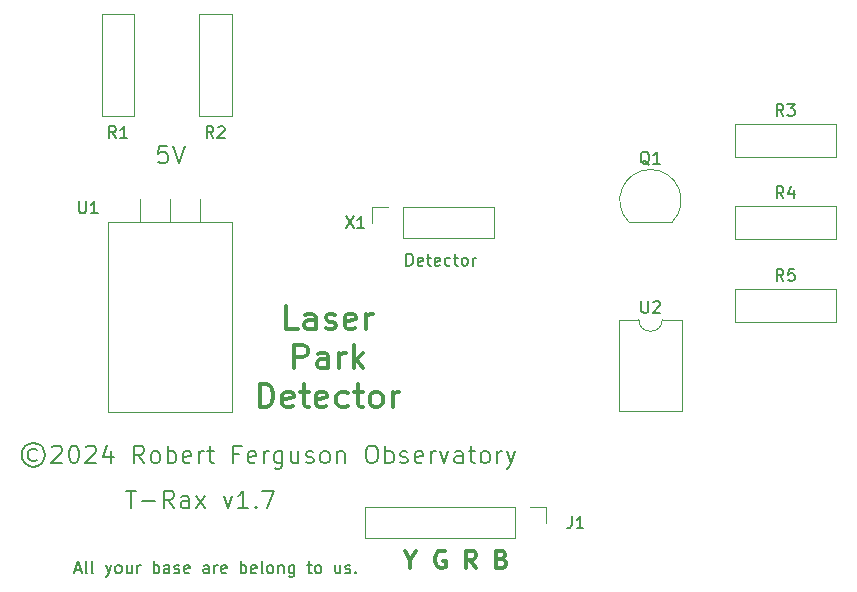
<source format=gbr>
%TF.GenerationSoftware,KiCad,Pcbnew,(5.1.9-0-10_14)*%
%TF.CreationDate,2024-02-19T19:40:51-08:00*%
%TF.ProjectId,TRax-LaserParkDetector,54526178-2d4c-4617-9365-725061726b44,rev?*%
%TF.SameCoordinates,Original*%
%TF.FileFunction,Legend,Top*%
%TF.FilePolarity,Positive*%
%FSLAX46Y46*%
G04 Gerber Fmt 4.6, Leading zero omitted, Abs format (unit mm)*
G04 Created by KiCad (PCBNEW (5.1.9-0-10_14)) date 2024-02-19 19:40:51*
%MOMM*%
%LPD*%
G01*
G04 APERTURE LIST*
%ADD10C,0.150000*%
%ADD11C,0.200000*%
%ADD12C,0.300000*%
%ADD13C,0.120000*%
G04 APERTURE END LIST*
D10*
X69375238Y-102401666D02*
X69851428Y-102401666D01*
X69280000Y-102687380D02*
X69613333Y-101687380D01*
X69946666Y-102687380D01*
X70422857Y-102687380D02*
X70327619Y-102639761D01*
X70280000Y-102544523D01*
X70280000Y-101687380D01*
X70946666Y-102687380D02*
X70851428Y-102639761D01*
X70803809Y-102544523D01*
X70803809Y-101687380D01*
X71994285Y-102020714D02*
X72232380Y-102687380D01*
X72470476Y-102020714D02*
X72232380Y-102687380D01*
X72137142Y-102925476D01*
X72089523Y-102973095D01*
X71994285Y-103020714D01*
X72994285Y-102687380D02*
X72899047Y-102639761D01*
X72851428Y-102592142D01*
X72803809Y-102496904D01*
X72803809Y-102211190D01*
X72851428Y-102115952D01*
X72899047Y-102068333D01*
X72994285Y-102020714D01*
X73137142Y-102020714D01*
X73232380Y-102068333D01*
X73280000Y-102115952D01*
X73327619Y-102211190D01*
X73327619Y-102496904D01*
X73280000Y-102592142D01*
X73232380Y-102639761D01*
X73137142Y-102687380D01*
X72994285Y-102687380D01*
X74184761Y-102020714D02*
X74184761Y-102687380D01*
X73756190Y-102020714D02*
X73756190Y-102544523D01*
X73803809Y-102639761D01*
X73899047Y-102687380D01*
X74041904Y-102687380D01*
X74137142Y-102639761D01*
X74184761Y-102592142D01*
X74660952Y-102687380D02*
X74660952Y-102020714D01*
X74660952Y-102211190D02*
X74708571Y-102115952D01*
X74756190Y-102068333D01*
X74851428Y-102020714D01*
X74946666Y-102020714D01*
X76041904Y-102687380D02*
X76041904Y-101687380D01*
X76041904Y-102068333D02*
X76137142Y-102020714D01*
X76327619Y-102020714D01*
X76422857Y-102068333D01*
X76470476Y-102115952D01*
X76518095Y-102211190D01*
X76518095Y-102496904D01*
X76470476Y-102592142D01*
X76422857Y-102639761D01*
X76327619Y-102687380D01*
X76137142Y-102687380D01*
X76041904Y-102639761D01*
X77375238Y-102687380D02*
X77375238Y-102163571D01*
X77327619Y-102068333D01*
X77232380Y-102020714D01*
X77041904Y-102020714D01*
X76946666Y-102068333D01*
X77375238Y-102639761D02*
X77280000Y-102687380D01*
X77041904Y-102687380D01*
X76946666Y-102639761D01*
X76899047Y-102544523D01*
X76899047Y-102449285D01*
X76946666Y-102354047D01*
X77041904Y-102306428D01*
X77280000Y-102306428D01*
X77375238Y-102258809D01*
X77803809Y-102639761D02*
X77899047Y-102687380D01*
X78089523Y-102687380D01*
X78184761Y-102639761D01*
X78232380Y-102544523D01*
X78232380Y-102496904D01*
X78184761Y-102401666D01*
X78089523Y-102354047D01*
X77946666Y-102354047D01*
X77851428Y-102306428D01*
X77803809Y-102211190D01*
X77803809Y-102163571D01*
X77851428Y-102068333D01*
X77946666Y-102020714D01*
X78089523Y-102020714D01*
X78184761Y-102068333D01*
X79041904Y-102639761D02*
X78946666Y-102687380D01*
X78756190Y-102687380D01*
X78660952Y-102639761D01*
X78613333Y-102544523D01*
X78613333Y-102163571D01*
X78660952Y-102068333D01*
X78756190Y-102020714D01*
X78946666Y-102020714D01*
X79041904Y-102068333D01*
X79089523Y-102163571D01*
X79089523Y-102258809D01*
X78613333Y-102354047D01*
X80708571Y-102687380D02*
X80708571Y-102163571D01*
X80660952Y-102068333D01*
X80565714Y-102020714D01*
X80375238Y-102020714D01*
X80280000Y-102068333D01*
X80708571Y-102639761D02*
X80613333Y-102687380D01*
X80375238Y-102687380D01*
X80280000Y-102639761D01*
X80232380Y-102544523D01*
X80232380Y-102449285D01*
X80280000Y-102354047D01*
X80375238Y-102306428D01*
X80613333Y-102306428D01*
X80708571Y-102258809D01*
X81184761Y-102687380D02*
X81184761Y-102020714D01*
X81184761Y-102211190D02*
X81232380Y-102115952D01*
X81280000Y-102068333D01*
X81375238Y-102020714D01*
X81470476Y-102020714D01*
X82184761Y-102639761D02*
X82089523Y-102687380D01*
X81899047Y-102687380D01*
X81803809Y-102639761D01*
X81756190Y-102544523D01*
X81756190Y-102163571D01*
X81803809Y-102068333D01*
X81899047Y-102020714D01*
X82089523Y-102020714D01*
X82184761Y-102068333D01*
X82232380Y-102163571D01*
X82232380Y-102258809D01*
X81756190Y-102354047D01*
X83422857Y-102687380D02*
X83422857Y-101687380D01*
X83422857Y-102068333D02*
X83518095Y-102020714D01*
X83708571Y-102020714D01*
X83803809Y-102068333D01*
X83851428Y-102115952D01*
X83899047Y-102211190D01*
X83899047Y-102496904D01*
X83851428Y-102592142D01*
X83803809Y-102639761D01*
X83708571Y-102687380D01*
X83518095Y-102687380D01*
X83422857Y-102639761D01*
X84708571Y-102639761D02*
X84613333Y-102687380D01*
X84422857Y-102687380D01*
X84327619Y-102639761D01*
X84280000Y-102544523D01*
X84280000Y-102163571D01*
X84327619Y-102068333D01*
X84422857Y-102020714D01*
X84613333Y-102020714D01*
X84708571Y-102068333D01*
X84756190Y-102163571D01*
X84756190Y-102258809D01*
X84280000Y-102354047D01*
X85327619Y-102687380D02*
X85232380Y-102639761D01*
X85184761Y-102544523D01*
X85184761Y-101687380D01*
X85851428Y-102687380D02*
X85756190Y-102639761D01*
X85708571Y-102592142D01*
X85660952Y-102496904D01*
X85660952Y-102211190D01*
X85708571Y-102115952D01*
X85756190Y-102068333D01*
X85851428Y-102020714D01*
X85994285Y-102020714D01*
X86089523Y-102068333D01*
X86137142Y-102115952D01*
X86184761Y-102211190D01*
X86184761Y-102496904D01*
X86137142Y-102592142D01*
X86089523Y-102639761D01*
X85994285Y-102687380D01*
X85851428Y-102687380D01*
X86613333Y-102020714D02*
X86613333Y-102687380D01*
X86613333Y-102115952D02*
X86660952Y-102068333D01*
X86756190Y-102020714D01*
X86899047Y-102020714D01*
X86994285Y-102068333D01*
X87041904Y-102163571D01*
X87041904Y-102687380D01*
X87946666Y-102020714D02*
X87946666Y-102830238D01*
X87899047Y-102925476D01*
X87851428Y-102973095D01*
X87756190Y-103020714D01*
X87613333Y-103020714D01*
X87518095Y-102973095D01*
X87946666Y-102639761D02*
X87851428Y-102687380D01*
X87660952Y-102687380D01*
X87565714Y-102639761D01*
X87518095Y-102592142D01*
X87470476Y-102496904D01*
X87470476Y-102211190D01*
X87518095Y-102115952D01*
X87565714Y-102068333D01*
X87660952Y-102020714D01*
X87851428Y-102020714D01*
X87946666Y-102068333D01*
X89041904Y-102020714D02*
X89422857Y-102020714D01*
X89184761Y-101687380D02*
X89184761Y-102544523D01*
X89232380Y-102639761D01*
X89327619Y-102687380D01*
X89422857Y-102687380D01*
X89899047Y-102687380D02*
X89803809Y-102639761D01*
X89756190Y-102592142D01*
X89708571Y-102496904D01*
X89708571Y-102211190D01*
X89756190Y-102115952D01*
X89803809Y-102068333D01*
X89899047Y-102020714D01*
X90041904Y-102020714D01*
X90137142Y-102068333D01*
X90184761Y-102115952D01*
X90232380Y-102211190D01*
X90232380Y-102496904D01*
X90184761Y-102592142D01*
X90137142Y-102639761D01*
X90041904Y-102687380D01*
X89899047Y-102687380D01*
X91851428Y-102020714D02*
X91851428Y-102687380D01*
X91422857Y-102020714D02*
X91422857Y-102544523D01*
X91470476Y-102639761D01*
X91565714Y-102687380D01*
X91708571Y-102687380D01*
X91803809Y-102639761D01*
X91851428Y-102592142D01*
X92280000Y-102639761D02*
X92375238Y-102687380D01*
X92565714Y-102687380D01*
X92660952Y-102639761D01*
X92708571Y-102544523D01*
X92708571Y-102496904D01*
X92660952Y-102401666D01*
X92565714Y-102354047D01*
X92422857Y-102354047D01*
X92327619Y-102306428D01*
X92280000Y-102211190D01*
X92280000Y-102163571D01*
X92327619Y-102068333D01*
X92422857Y-102020714D01*
X92565714Y-102020714D01*
X92660952Y-102068333D01*
X93137142Y-102592142D02*
X93184761Y-102639761D01*
X93137142Y-102687380D01*
X93089523Y-102639761D01*
X93137142Y-102592142D01*
X93137142Y-102687380D01*
D11*
X77184285Y-66488571D02*
X76470000Y-66488571D01*
X76398571Y-67202857D01*
X76470000Y-67131428D01*
X76612857Y-67060000D01*
X76970000Y-67060000D01*
X77112857Y-67131428D01*
X77184285Y-67202857D01*
X77255714Y-67345714D01*
X77255714Y-67702857D01*
X77184285Y-67845714D01*
X77112857Y-67917142D01*
X76970000Y-67988571D01*
X76612857Y-67988571D01*
X76470000Y-67917142D01*
X76398571Y-67845714D01*
X77684285Y-66488571D02*
X78184285Y-67988571D01*
X78684285Y-66488571D01*
X73688571Y-95698571D02*
X74545714Y-95698571D01*
X74117142Y-97198571D02*
X74117142Y-95698571D01*
X75045714Y-96627142D02*
X76188571Y-96627142D01*
X77760000Y-97198571D02*
X77260000Y-96484285D01*
X76902857Y-97198571D02*
X76902857Y-95698571D01*
X77474285Y-95698571D01*
X77617142Y-95770000D01*
X77688571Y-95841428D01*
X77760000Y-95984285D01*
X77760000Y-96198571D01*
X77688571Y-96341428D01*
X77617142Y-96412857D01*
X77474285Y-96484285D01*
X76902857Y-96484285D01*
X79045714Y-97198571D02*
X79045714Y-96412857D01*
X78974285Y-96270000D01*
X78831428Y-96198571D01*
X78545714Y-96198571D01*
X78402857Y-96270000D01*
X79045714Y-97127142D02*
X78902857Y-97198571D01*
X78545714Y-97198571D01*
X78402857Y-97127142D01*
X78331428Y-96984285D01*
X78331428Y-96841428D01*
X78402857Y-96698571D01*
X78545714Y-96627142D01*
X78902857Y-96627142D01*
X79045714Y-96555714D01*
X79617142Y-97198571D02*
X80402857Y-96198571D01*
X79617142Y-96198571D02*
X80402857Y-97198571D01*
X81974285Y-96198571D02*
X82331428Y-97198571D01*
X82688571Y-96198571D01*
X84045714Y-97198571D02*
X83188571Y-97198571D01*
X83617142Y-97198571D02*
X83617142Y-95698571D01*
X83474285Y-95912857D01*
X83331428Y-96055714D01*
X83188571Y-96127142D01*
X84688571Y-97055714D02*
X84760000Y-97127142D01*
X84688571Y-97198571D01*
X84617142Y-97127142D01*
X84688571Y-97055714D01*
X84688571Y-97198571D01*
X85260000Y-95698571D02*
X86260000Y-95698571D01*
X85617142Y-97198571D01*
X66153571Y-92245714D02*
X66010714Y-92174285D01*
X65724999Y-92174285D01*
X65582142Y-92245714D01*
X65439285Y-92388571D01*
X65367857Y-92531428D01*
X65367857Y-92817142D01*
X65439285Y-92960000D01*
X65582142Y-93102857D01*
X65724999Y-93174285D01*
X66010714Y-93174285D01*
X66153571Y-93102857D01*
X65867857Y-91674285D02*
X65510714Y-91745714D01*
X65153571Y-91960000D01*
X64939285Y-92317142D01*
X64867857Y-92674285D01*
X64939285Y-93031428D01*
X65153571Y-93388571D01*
X65510714Y-93602857D01*
X65867857Y-93674285D01*
X66224999Y-93602857D01*
X66582142Y-93388571D01*
X66796428Y-93031428D01*
X66867857Y-92674285D01*
X66796428Y-92317142D01*
X66582142Y-91960000D01*
X66224999Y-91745714D01*
X65867857Y-91674285D01*
X67439285Y-92031428D02*
X67510714Y-91960000D01*
X67653571Y-91888571D01*
X68010714Y-91888571D01*
X68153571Y-91960000D01*
X68225000Y-92031428D01*
X68296428Y-92174285D01*
X68296428Y-92317142D01*
X68225000Y-92531428D01*
X67367857Y-93388571D01*
X68296428Y-93388571D01*
X69225000Y-91888571D02*
X69367857Y-91888571D01*
X69510714Y-91960000D01*
X69582142Y-92031428D01*
X69653571Y-92174285D01*
X69725000Y-92460000D01*
X69725000Y-92817142D01*
X69653571Y-93102857D01*
X69582142Y-93245714D01*
X69510714Y-93317142D01*
X69367857Y-93388571D01*
X69225000Y-93388571D01*
X69082142Y-93317142D01*
X69010714Y-93245714D01*
X68939285Y-93102857D01*
X68867857Y-92817142D01*
X68867857Y-92460000D01*
X68939285Y-92174285D01*
X69010714Y-92031428D01*
X69082142Y-91960000D01*
X69225000Y-91888571D01*
X70296428Y-92031428D02*
X70367857Y-91960000D01*
X70510714Y-91888571D01*
X70867857Y-91888571D01*
X71010714Y-91960000D01*
X71082142Y-92031428D01*
X71153571Y-92174285D01*
X71153571Y-92317142D01*
X71082142Y-92531428D01*
X70225000Y-93388571D01*
X71153571Y-93388571D01*
X72439285Y-92388571D02*
X72439285Y-93388571D01*
X72082142Y-91817142D02*
X71725000Y-92888571D01*
X72653571Y-92888571D01*
X75225000Y-93388571D02*
X74725000Y-92674285D01*
X74367857Y-93388571D02*
X74367857Y-91888571D01*
X74939285Y-91888571D01*
X75082142Y-91960000D01*
X75153571Y-92031428D01*
X75225000Y-92174285D01*
X75225000Y-92388571D01*
X75153571Y-92531428D01*
X75082142Y-92602857D01*
X74939285Y-92674285D01*
X74367857Y-92674285D01*
X76082142Y-93388571D02*
X75939285Y-93317142D01*
X75867857Y-93245714D01*
X75796428Y-93102857D01*
X75796428Y-92674285D01*
X75867857Y-92531428D01*
X75939285Y-92460000D01*
X76082142Y-92388571D01*
X76296428Y-92388571D01*
X76439285Y-92460000D01*
X76510714Y-92531428D01*
X76582142Y-92674285D01*
X76582142Y-93102857D01*
X76510714Y-93245714D01*
X76439285Y-93317142D01*
X76296428Y-93388571D01*
X76082142Y-93388571D01*
X77224999Y-93388571D02*
X77224999Y-91888571D01*
X77224999Y-92460000D02*
X77367857Y-92388571D01*
X77653571Y-92388571D01*
X77796428Y-92460000D01*
X77867857Y-92531428D01*
X77939285Y-92674285D01*
X77939285Y-93102857D01*
X77867857Y-93245714D01*
X77796428Y-93317142D01*
X77653571Y-93388571D01*
X77367857Y-93388571D01*
X77224999Y-93317142D01*
X79153571Y-93317142D02*
X79010714Y-93388571D01*
X78724999Y-93388571D01*
X78582142Y-93317142D01*
X78510714Y-93174285D01*
X78510714Y-92602857D01*
X78582142Y-92460000D01*
X78724999Y-92388571D01*
X79010714Y-92388571D01*
X79153571Y-92460000D01*
X79224999Y-92602857D01*
X79224999Y-92745714D01*
X78510714Y-92888571D01*
X79867857Y-93388571D02*
X79867857Y-92388571D01*
X79867857Y-92674285D02*
X79939285Y-92531428D01*
X80010714Y-92460000D01*
X80153571Y-92388571D01*
X80296428Y-92388571D01*
X80582142Y-92388571D02*
X81153571Y-92388571D01*
X80796428Y-91888571D02*
X80796428Y-93174285D01*
X80867857Y-93317142D01*
X81010714Y-93388571D01*
X81153571Y-93388571D01*
X83296428Y-92602857D02*
X82796428Y-92602857D01*
X82796428Y-93388571D02*
X82796428Y-91888571D01*
X83510714Y-91888571D01*
X84653571Y-93317142D02*
X84510714Y-93388571D01*
X84225000Y-93388571D01*
X84082142Y-93317142D01*
X84010714Y-93174285D01*
X84010714Y-92602857D01*
X84082142Y-92460000D01*
X84225000Y-92388571D01*
X84510714Y-92388571D01*
X84653571Y-92460000D01*
X84725000Y-92602857D01*
X84725000Y-92745714D01*
X84010714Y-92888571D01*
X85367857Y-93388571D02*
X85367857Y-92388571D01*
X85367857Y-92674285D02*
X85439285Y-92531428D01*
X85510714Y-92460000D01*
X85653571Y-92388571D01*
X85796428Y-92388571D01*
X86939285Y-92388571D02*
X86939285Y-93602857D01*
X86867857Y-93745714D01*
X86796428Y-93817142D01*
X86653571Y-93888571D01*
X86439285Y-93888571D01*
X86296428Y-93817142D01*
X86939285Y-93317142D02*
X86796428Y-93388571D01*
X86510714Y-93388571D01*
X86367857Y-93317142D01*
X86296428Y-93245714D01*
X86225000Y-93102857D01*
X86225000Y-92674285D01*
X86296428Y-92531428D01*
X86367857Y-92460000D01*
X86510714Y-92388571D01*
X86796428Y-92388571D01*
X86939285Y-92460000D01*
X88296428Y-92388571D02*
X88296428Y-93388571D01*
X87653571Y-92388571D02*
X87653571Y-93174285D01*
X87725000Y-93317142D01*
X87867857Y-93388571D01*
X88082142Y-93388571D01*
X88225000Y-93317142D01*
X88296428Y-93245714D01*
X88939285Y-93317142D02*
X89082142Y-93388571D01*
X89367857Y-93388571D01*
X89510714Y-93317142D01*
X89582142Y-93174285D01*
X89582142Y-93102857D01*
X89510714Y-92960000D01*
X89367857Y-92888571D01*
X89153571Y-92888571D01*
X89010714Y-92817142D01*
X88939285Y-92674285D01*
X88939285Y-92602857D01*
X89010714Y-92460000D01*
X89153571Y-92388571D01*
X89367857Y-92388571D01*
X89510714Y-92460000D01*
X90439285Y-93388571D02*
X90296428Y-93317142D01*
X90225000Y-93245714D01*
X90153571Y-93102857D01*
X90153571Y-92674285D01*
X90225000Y-92531428D01*
X90296428Y-92460000D01*
X90439285Y-92388571D01*
X90653571Y-92388571D01*
X90796428Y-92460000D01*
X90867857Y-92531428D01*
X90939285Y-92674285D01*
X90939285Y-93102857D01*
X90867857Y-93245714D01*
X90796428Y-93317142D01*
X90653571Y-93388571D01*
X90439285Y-93388571D01*
X91582142Y-92388571D02*
X91582142Y-93388571D01*
X91582142Y-92531428D02*
X91653571Y-92460000D01*
X91796428Y-92388571D01*
X92010714Y-92388571D01*
X92153571Y-92460000D01*
X92225000Y-92602857D01*
X92225000Y-93388571D01*
X94367857Y-91888571D02*
X94653571Y-91888571D01*
X94796428Y-91960000D01*
X94939285Y-92102857D01*
X95010714Y-92388571D01*
X95010714Y-92888571D01*
X94939285Y-93174285D01*
X94796428Y-93317142D01*
X94653571Y-93388571D01*
X94367857Y-93388571D01*
X94225000Y-93317142D01*
X94082142Y-93174285D01*
X94010714Y-92888571D01*
X94010714Y-92388571D01*
X94082142Y-92102857D01*
X94225000Y-91960000D01*
X94367857Y-91888571D01*
X95653571Y-93388571D02*
X95653571Y-91888571D01*
X95653571Y-92460000D02*
X95796428Y-92388571D01*
X96082142Y-92388571D01*
X96225000Y-92460000D01*
X96296428Y-92531428D01*
X96367857Y-92674285D01*
X96367857Y-93102857D01*
X96296428Y-93245714D01*
X96225000Y-93317142D01*
X96082142Y-93388571D01*
X95796428Y-93388571D01*
X95653571Y-93317142D01*
X96939285Y-93317142D02*
X97082142Y-93388571D01*
X97367857Y-93388571D01*
X97510714Y-93317142D01*
X97582142Y-93174285D01*
X97582142Y-93102857D01*
X97510714Y-92960000D01*
X97367857Y-92888571D01*
X97153571Y-92888571D01*
X97010714Y-92817142D01*
X96939285Y-92674285D01*
X96939285Y-92602857D01*
X97010714Y-92460000D01*
X97153571Y-92388571D01*
X97367857Y-92388571D01*
X97510714Y-92460000D01*
X98796428Y-93317142D02*
X98653571Y-93388571D01*
X98367857Y-93388571D01*
X98225000Y-93317142D01*
X98153571Y-93174285D01*
X98153571Y-92602857D01*
X98225000Y-92460000D01*
X98367857Y-92388571D01*
X98653571Y-92388571D01*
X98796428Y-92460000D01*
X98867857Y-92602857D01*
X98867857Y-92745714D01*
X98153571Y-92888571D01*
X99510714Y-93388571D02*
X99510714Y-92388571D01*
X99510714Y-92674285D02*
X99582142Y-92531428D01*
X99653571Y-92460000D01*
X99796428Y-92388571D01*
X99939285Y-92388571D01*
X100296428Y-92388571D02*
X100653571Y-93388571D01*
X101010714Y-92388571D01*
X102225000Y-93388571D02*
X102225000Y-92602857D01*
X102153571Y-92460000D01*
X102010714Y-92388571D01*
X101725000Y-92388571D01*
X101582142Y-92460000D01*
X102225000Y-93317142D02*
X102082142Y-93388571D01*
X101725000Y-93388571D01*
X101582142Y-93317142D01*
X101510714Y-93174285D01*
X101510714Y-93031428D01*
X101582142Y-92888571D01*
X101725000Y-92817142D01*
X102082142Y-92817142D01*
X102225000Y-92745714D01*
X102725000Y-92388571D02*
X103296428Y-92388571D01*
X102939285Y-91888571D02*
X102939285Y-93174285D01*
X103010714Y-93317142D01*
X103153571Y-93388571D01*
X103296428Y-93388571D01*
X104010714Y-93388571D02*
X103867857Y-93317142D01*
X103796428Y-93245714D01*
X103725000Y-93102857D01*
X103725000Y-92674285D01*
X103796428Y-92531428D01*
X103867857Y-92460000D01*
X104010714Y-92388571D01*
X104225000Y-92388571D01*
X104367857Y-92460000D01*
X104439285Y-92531428D01*
X104510714Y-92674285D01*
X104510714Y-93102857D01*
X104439285Y-93245714D01*
X104367857Y-93317142D01*
X104225000Y-93388571D01*
X104010714Y-93388571D01*
X105153571Y-93388571D02*
X105153571Y-92388571D01*
X105153571Y-92674285D02*
X105225000Y-92531428D01*
X105296428Y-92460000D01*
X105439285Y-92388571D01*
X105582142Y-92388571D01*
X105939285Y-92388571D02*
X106296428Y-93388571D01*
X106653571Y-92388571D02*
X106296428Y-93388571D01*
X106153571Y-93745714D01*
X106082142Y-93817142D01*
X105939285Y-93888571D01*
D12*
X88233571Y-82059761D02*
X87281190Y-82059761D01*
X87281190Y-80059761D01*
X89757380Y-82059761D02*
X89757380Y-81012142D01*
X89662142Y-80821666D01*
X89471666Y-80726428D01*
X89090714Y-80726428D01*
X88900238Y-80821666D01*
X89757380Y-81964523D02*
X89566904Y-82059761D01*
X89090714Y-82059761D01*
X88900238Y-81964523D01*
X88805000Y-81774047D01*
X88805000Y-81583571D01*
X88900238Y-81393095D01*
X89090714Y-81297857D01*
X89566904Y-81297857D01*
X89757380Y-81202619D01*
X90614523Y-81964523D02*
X90805000Y-82059761D01*
X91185952Y-82059761D01*
X91376428Y-81964523D01*
X91471666Y-81774047D01*
X91471666Y-81678809D01*
X91376428Y-81488333D01*
X91185952Y-81393095D01*
X90900238Y-81393095D01*
X90709761Y-81297857D01*
X90614523Y-81107380D01*
X90614523Y-81012142D01*
X90709761Y-80821666D01*
X90900238Y-80726428D01*
X91185952Y-80726428D01*
X91376428Y-80821666D01*
X93090714Y-81964523D02*
X92900238Y-82059761D01*
X92519285Y-82059761D01*
X92328809Y-81964523D01*
X92233571Y-81774047D01*
X92233571Y-81012142D01*
X92328809Y-80821666D01*
X92519285Y-80726428D01*
X92900238Y-80726428D01*
X93090714Y-80821666D01*
X93185952Y-81012142D01*
X93185952Y-81202619D01*
X92233571Y-81393095D01*
X94043095Y-82059761D02*
X94043095Y-80726428D01*
X94043095Y-81107380D02*
X94138333Y-80916904D01*
X94233571Y-80821666D01*
X94424047Y-80726428D01*
X94614523Y-80726428D01*
X87947857Y-85359761D02*
X87947857Y-83359761D01*
X88709761Y-83359761D01*
X88900238Y-83455000D01*
X88995476Y-83550238D01*
X89090714Y-83740714D01*
X89090714Y-84026428D01*
X88995476Y-84216904D01*
X88900238Y-84312142D01*
X88709761Y-84407380D01*
X87947857Y-84407380D01*
X90805000Y-85359761D02*
X90805000Y-84312142D01*
X90709761Y-84121666D01*
X90519285Y-84026428D01*
X90138333Y-84026428D01*
X89947857Y-84121666D01*
X90805000Y-85264523D02*
X90614523Y-85359761D01*
X90138333Y-85359761D01*
X89947857Y-85264523D01*
X89852619Y-85074047D01*
X89852619Y-84883571D01*
X89947857Y-84693095D01*
X90138333Y-84597857D01*
X90614523Y-84597857D01*
X90805000Y-84502619D01*
X91757380Y-85359761D02*
X91757380Y-84026428D01*
X91757380Y-84407380D02*
X91852619Y-84216904D01*
X91947857Y-84121666D01*
X92138333Y-84026428D01*
X92328809Y-84026428D01*
X92995476Y-85359761D02*
X92995476Y-83359761D01*
X93185952Y-84597857D02*
X93757380Y-85359761D01*
X93757380Y-84026428D02*
X92995476Y-84788333D01*
X85043095Y-88659761D02*
X85043095Y-86659761D01*
X85519285Y-86659761D01*
X85805000Y-86755000D01*
X85995476Y-86945476D01*
X86090714Y-87135952D01*
X86185952Y-87516904D01*
X86185952Y-87802619D01*
X86090714Y-88183571D01*
X85995476Y-88374047D01*
X85805000Y-88564523D01*
X85519285Y-88659761D01*
X85043095Y-88659761D01*
X87805000Y-88564523D02*
X87614523Y-88659761D01*
X87233571Y-88659761D01*
X87043095Y-88564523D01*
X86947857Y-88374047D01*
X86947857Y-87612142D01*
X87043095Y-87421666D01*
X87233571Y-87326428D01*
X87614523Y-87326428D01*
X87805000Y-87421666D01*
X87900238Y-87612142D01*
X87900238Y-87802619D01*
X86947857Y-87993095D01*
X88471666Y-87326428D02*
X89233571Y-87326428D01*
X88757380Y-86659761D02*
X88757380Y-88374047D01*
X88852619Y-88564523D01*
X89043095Y-88659761D01*
X89233571Y-88659761D01*
X90662142Y-88564523D02*
X90471666Y-88659761D01*
X90090714Y-88659761D01*
X89900238Y-88564523D01*
X89805000Y-88374047D01*
X89805000Y-87612142D01*
X89900238Y-87421666D01*
X90090714Y-87326428D01*
X90471666Y-87326428D01*
X90662142Y-87421666D01*
X90757380Y-87612142D01*
X90757380Y-87802619D01*
X89805000Y-87993095D01*
X92471666Y-88564523D02*
X92281190Y-88659761D01*
X91900238Y-88659761D01*
X91709761Y-88564523D01*
X91614523Y-88469285D01*
X91519285Y-88278809D01*
X91519285Y-87707380D01*
X91614523Y-87516904D01*
X91709761Y-87421666D01*
X91900238Y-87326428D01*
X92281190Y-87326428D01*
X92471666Y-87421666D01*
X93043095Y-87326428D02*
X93805000Y-87326428D01*
X93328809Y-86659761D02*
X93328809Y-88374047D01*
X93424047Y-88564523D01*
X93614523Y-88659761D01*
X93805000Y-88659761D01*
X94757380Y-88659761D02*
X94566904Y-88564523D01*
X94471666Y-88469285D01*
X94376428Y-88278809D01*
X94376428Y-87707380D01*
X94471666Y-87516904D01*
X94566904Y-87421666D01*
X94757380Y-87326428D01*
X95043095Y-87326428D01*
X95233571Y-87421666D01*
X95328809Y-87516904D01*
X95424047Y-87707380D01*
X95424047Y-88278809D01*
X95328809Y-88469285D01*
X95233571Y-88564523D01*
X95043095Y-88659761D01*
X94757380Y-88659761D01*
X96281190Y-88659761D02*
X96281190Y-87326428D01*
X96281190Y-87707380D02*
X96376428Y-87516904D01*
X96471666Y-87421666D01*
X96662142Y-87326428D01*
X96852619Y-87326428D01*
X105517142Y-101492857D02*
X105731428Y-101564285D01*
X105802857Y-101635714D01*
X105874285Y-101778571D01*
X105874285Y-101992857D01*
X105802857Y-102135714D01*
X105731428Y-102207142D01*
X105588571Y-102278571D01*
X105017142Y-102278571D01*
X105017142Y-100778571D01*
X105517142Y-100778571D01*
X105660000Y-100850000D01*
X105731428Y-100921428D01*
X105802857Y-101064285D01*
X105802857Y-101207142D01*
X105731428Y-101350000D01*
X105660000Y-101421428D01*
X105517142Y-101492857D01*
X105017142Y-101492857D01*
X103334285Y-102278571D02*
X102834285Y-101564285D01*
X102477142Y-102278571D02*
X102477142Y-100778571D01*
X103048571Y-100778571D01*
X103191428Y-100850000D01*
X103262857Y-100921428D01*
X103334285Y-101064285D01*
X103334285Y-101278571D01*
X103262857Y-101421428D01*
X103191428Y-101492857D01*
X103048571Y-101564285D01*
X102477142Y-101564285D01*
X100722857Y-100850000D02*
X100580000Y-100778571D01*
X100365714Y-100778571D01*
X100151428Y-100850000D01*
X100008571Y-100992857D01*
X99937142Y-101135714D01*
X99865714Y-101421428D01*
X99865714Y-101635714D01*
X99937142Y-101921428D01*
X100008571Y-102064285D01*
X100151428Y-102207142D01*
X100365714Y-102278571D01*
X100508571Y-102278571D01*
X100722857Y-102207142D01*
X100794285Y-102135714D01*
X100794285Y-101635714D01*
X100508571Y-101635714D01*
X97790000Y-101564285D02*
X97790000Y-102278571D01*
X97290000Y-100778571D02*
X97790000Y-101564285D01*
X98290000Y-100778571D01*
D13*
%TO.C,U1*%
X82720000Y-72960000D02*
X72220000Y-72960000D01*
X82720000Y-89070000D02*
X72220000Y-89070000D01*
X82720000Y-89070000D02*
X82720000Y-72960000D01*
X72220000Y-89070000D02*
X72220000Y-72960000D01*
X80010000Y-72960000D02*
X80010000Y-71000000D01*
X77470000Y-72960000D02*
X77470000Y-71000000D01*
X74930000Y-72960000D02*
X74930000Y-71000000D01*
%TO.C,J1*%
X109280000Y-97095000D02*
X109280000Y-98425000D01*
X107950000Y-97095000D02*
X109280000Y-97095000D01*
X106680000Y-97095000D02*
X106680000Y-99755000D01*
X106680000Y-99755000D02*
X93920000Y-99755000D01*
X106680000Y-97095000D02*
X93920000Y-97095000D01*
X93920000Y-97095000D02*
X93920000Y-99755000D01*
%TO.C,Q1*%
X116310000Y-72970000D02*
X119910000Y-72970000D01*
X116271522Y-72958478D02*
G75*
G02*
X118110000Y-68520000I1838478J1838478D01*
G01*
X119948478Y-72958478D02*
G75*
G03*
X118110000Y-68520000I-1838478J1838478D01*
G01*
%TO.C,R1*%
X74415000Y-64000000D02*
X71635000Y-64000000D01*
X74415000Y-55380000D02*
X71635000Y-55380000D01*
X71635000Y-55380000D02*
X71635000Y-64000000D01*
X74415000Y-55380000D02*
X74415000Y-64000000D01*
%TO.C,R2*%
X79890000Y-64000000D02*
X79890000Y-55380000D01*
X82670000Y-64000000D02*
X82670000Y-55380000D01*
X79890000Y-64000000D02*
X82670000Y-64000000D01*
X79890000Y-55380000D02*
X82670000Y-55380000D01*
%TO.C,R3*%
X133850000Y-64650000D02*
X133850000Y-67430000D01*
X125230000Y-64650000D02*
X125230000Y-67430000D01*
X125230000Y-67430000D02*
X133850000Y-67430000D01*
X125230000Y-64650000D02*
X133850000Y-64650000D01*
%TO.C,R4*%
X125230000Y-71635000D02*
X133850000Y-71635000D01*
X125230000Y-74415000D02*
X133850000Y-74415000D01*
X125230000Y-71635000D02*
X125230000Y-74415000D01*
X133850000Y-71635000D02*
X133850000Y-74415000D01*
%TO.C,R5*%
X133850000Y-78620000D02*
X133850000Y-81400000D01*
X125230000Y-78620000D02*
X125230000Y-81400000D01*
X125230000Y-81400000D02*
X133850000Y-81400000D01*
X125230000Y-78620000D02*
X133850000Y-78620000D01*
%TO.C,U2*%
X120760000Y-81220000D02*
X119110000Y-81220000D01*
X120760000Y-88960000D02*
X120760000Y-81220000D01*
X115460000Y-88960000D02*
X120760000Y-88960000D01*
X115460000Y-81220000D02*
X115460000Y-88960000D01*
X117110000Y-81220000D02*
X115460000Y-81220000D01*
X119110000Y-81220000D02*
G75*
G02*
X117110000Y-81220000I-1000000J0D01*
G01*
%TO.C,X1*%
X97155000Y-74355000D02*
X97155000Y-71695000D01*
X97155000Y-74355000D02*
X104835000Y-74355000D01*
X104835000Y-74355000D02*
X104835000Y-71695000D01*
X97155000Y-71695000D02*
X104835000Y-71695000D01*
X94555000Y-71695000D02*
X95885000Y-71695000D01*
X94555000Y-73025000D02*
X94555000Y-71695000D01*
%TO.C,U1*%
D10*
X69723095Y-71207380D02*
X69723095Y-72016904D01*
X69770714Y-72112142D01*
X69818333Y-72159761D01*
X69913571Y-72207380D01*
X70104047Y-72207380D01*
X70199285Y-72159761D01*
X70246904Y-72112142D01*
X70294523Y-72016904D01*
X70294523Y-71207380D01*
X71294523Y-72207380D02*
X70723095Y-72207380D01*
X71008809Y-72207380D02*
X71008809Y-71207380D01*
X70913571Y-71350238D01*
X70818333Y-71445476D01*
X70723095Y-71493095D01*
%TO.C,J1*%
X111426666Y-97877380D02*
X111426666Y-98591666D01*
X111379047Y-98734523D01*
X111283809Y-98829761D01*
X111140952Y-98877380D01*
X111045714Y-98877380D01*
X112426666Y-98877380D02*
X111855238Y-98877380D01*
X112140952Y-98877380D02*
X112140952Y-97877380D01*
X112045714Y-98020238D01*
X111950476Y-98115476D01*
X111855238Y-98163095D01*
%TO.C,Q1*%
X118014761Y-68107619D02*
X117919523Y-68060000D01*
X117824285Y-67964761D01*
X117681428Y-67821904D01*
X117586190Y-67774285D01*
X117490952Y-67774285D01*
X117538571Y-68012380D02*
X117443333Y-67964761D01*
X117348095Y-67869523D01*
X117300476Y-67679047D01*
X117300476Y-67345714D01*
X117348095Y-67155238D01*
X117443333Y-67060000D01*
X117538571Y-67012380D01*
X117729047Y-67012380D01*
X117824285Y-67060000D01*
X117919523Y-67155238D01*
X117967142Y-67345714D01*
X117967142Y-67679047D01*
X117919523Y-67869523D01*
X117824285Y-67964761D01*
X117729047Y-68012380D01*
X117538571Y-68012380D01*
X118919523Y-68012380D02*
X118348095Y-68012380D01*
X118633809Y-68012380D02*
X118633809Y-67012380D01*
X118538571Y-67155238D01*
X118443333Y-67250476D01*
X118348095Y-67298095D01*
%TO.C,R1*%
X72858333Y-65857380D02*
X72525000Y-65381190D01*
X72286904Y-65857380D02*
X72286904Y-64857380D01*
X72667857Y-64857380D01*
X72763095Y-64905000D01*
X72810714Y-64952619D01*
X72858333Y-65047857D01*
X72858333Y-65190714D01*
X72810714Y-65285952D01*
X72763095Y-65333571D01*
X72667857Y-65381190D01*
X72286904Y-65381190D01*
X73810714Y-65857380D02*
X73239285Y-65857380D01*
X73525000Y-65857380D02*
X73525000Y-64857380D01*
X73429761Y-65000238D01*
X73334523Y-65095476D01*
X73239285Y-65143095D01*
%TO.C,R2*%
X81113333Y-65857380D02*
X80780000Y-65381190D01*
X80541904Y-65857380D02*
X80541904Y-64857380D01*
X80922857Y-64857380D01*
X81018095Y-64905000D01*
X81065714Y-64952619D01*
X81113333Y-65047857D01*
X81113333Y-65190714D01*
X81065714Y-65285952D01*
X81018095Y-65333571D01*
X80922857Y-65381190D01*
X80541904Y-65381190D01*
X81494285Y-64952619D02*
X81541904Y-64905000D01*
X81637142Y-64857380D01*
X81875238Y-64857380D01*
X81970476Y-64905000D01*
X82018095Y-64952619D01*
X82065714Y-65047857D01*
X82065714Y-65143095D01*
X82018095Y-65285952D01*
X81446666Y-65857380D01*
X82065714Y-65857380D01*
%TO.C,R3*%
X129373333Y-63972380D02*
X129040000Y-63496190D01*
X128801904Y-63972380D02*
X128801904Y-62972380D01*
X129182857Y-62972380D01*
X129278095Y-63020000D01*
X129325714Y-63067619D01*
X129373333Y-63162857D01*
X129373333Y-63305714D01*
X129325714Y-63400952D01*
X129278095Y-63448571D01*
X129182857Y-63496190D01*
X128801904Y-63496190D01*
X129706666Y-62972380D02*
X130325714Y-62972380D01*
X129992380Y-63353333D01*
X130135238Y-63353333D01*
X130230476Y-63400952D01*
X130278095Y-63448571D01*
X130325714Y-63543809D01*
X130325714Y-63781904D01*
X130278095Y-63877142D01*
X130230476Y-63924761D01*
X130135238Y-63972380D01*
X129849523Y-63972380D01*
X129754285Y-63924761D01*
X129706666Y-63877142D01*
%TO.C,R4*%
X129373333Y-70957380D02*
X129040000Y-70481190D01*
X128801904Y-70957380D02*
X128801904Y-69957380D01*
X129182857Y-69957380D01*
X129278095Y-70005000D01*
X129325714Y-70052619D01*
X129373333Y-70147857D01*
X129373333Y-70290714D01*
X129325714Y-70385952D01*
X129278095Y-70433571D01*
X129182857Y-70481190D01*
X128801904Y-70481190D01*
X130230476Y-70290714D02*
X130230476Y-70957380D01*
X129992380Y-69909761D02*
X129754285Y-70624047D01*
X130373333Y-70624047D01*
%TO.C,R5*%
X129373333Y-77942380D02*
X129040000Y-77466190D01*
X128801904Y-77942380D02*
X128801904Y-76942380D01*
X129182857Y-76942380D01*
X129278095Y-76990000D01*
X129325714Y-77037619D01*
X129373333Y-77132857D01*
X129373333Y-77275714D01*
X129325714Y-77370952D01*
X129278095Y-77418571D01*
X129182857Y-77466190D01*
X128801904Y-77466190D01*
X130278095Y-76942380D02*
X129801904Y-76942380D01*
X129754285Y-77418571D01*
X129801904Y-77370952D01*
X129897142Y-77323333D01*
X130135238Y-77323333D01*
X130230476Y-77370952D01*
X130278095Y-77418571D01*
X130325714Y-77513809D01*
X130325714Y-77751904D01*
X130278095Y-77847142D01*
X130230476Y-77894761D01*
X130135238Y-77942380D01*
X129897142Y-77942380D01*
X129801904Y-77894761D01*
X129754285Y-77847142D01*
%TO.C,U2*%
X117348095Y-79672380D02*
X117348095Y-80481904D01*
X117395714Y-80577142D01*
X117443333Y-80624761D01*
X117538571Y-80672380D01*
X117729047Y-80672380D01*
X117824285Y-80624761D01*
X117871904Y-80577142D01*
X117919523Y-80481904D01*
X117919523Y-79672380D01*
X118348095Y-79767619D02*
X118395714Y-79720000D01*
X118490952Y-79672380D01*
X118729047Y-79672380D01*
X118824285Y-79720000D01*
X118871904Y-79767619D01*
X118919523Y-79862857D01*
X118919523Y-79958095D01*
X118871904Y-80100952D01*
X118300476Y-80672380D01*
X118919523Y-80672380D01*
%TO.C,X1*%
X92305476Y-72477380D02*
X92972142Y-73477380D01*
X92972142Y-72477380D02*
X92305476Y-73477380D01*
X93876904Y-73477380D02*
X93305476Y-73477380D01*
X93591190Y-73477380D02*
X93591190Y-72477380D01*
X93495952Y-72620238D01*
X93400714Y-72715476D01*
X93305476Y-72763095D01*
X97449047Y-76652380D02*
X97449047Y-75652380D01*
X97687142Y-75652380D01*
X97830000Y-75700000D01*
X97925238Y-75795238D01*
X97972857Y-75890476D01*
X98020476Y-76080952D01*
X98020476Y-76223809D01*
X97972857Y-76414285D01*
X97925238Y-76509523D01*
X97830000Y-76604761D01*
X97687142Y-76652380D01*
X97449047Y-76652380D01*
X98830000Y-76604761D02*
X98734761Y-76652380D01*
X98544285Y-76652380D01*
X98449047Y-76604761D01*
X98401428Y-76509523D01*
X98401428Y-76128571D01*
X98449047Y-76033333D01*
X98544285Y-75985714D01*
X98734761Y-75985714D01*
X98830000Y-76033333D01*
X98877619Y-76128571D01*
X98877619Y-76223809D01*
X98401428Y-76319047D01*
X99163333Y-75985714D02*
X99544285Y-75985714D01*
X99306190Y-75652380D02*
X99306190Y-76509523D01*
X99353809Y-76604761D01*
X99449047Y-76652380D01*
X99544285Y-76652380D01*
X100258571Y-76604761D02*
X100163333Y-76652380D01*
X99972857Y-76652380D01*
X99877619Y-76604761D01*
X99830000Y-76509523D01*
X99830000Y-76128571D01*
X99877619Y-76033333D01*
X99972857Y-75985714D01*
X100163333Y-75985714D01*
X100258571Y-76033333D01*
X100306190Y-76128571D01*
X100306190Y-76223809D01*
X99830000Y-76319047D01*
X101163333Y-76604761D02*
X101068095Y-76652380D01*
X100877619Y-76652380D01*
X100782380Y-76604761D01*
X100734761Y-76557142D01*
X100687142Y-76461904D01*
X100687142Y-76176190D01*
X100734761Y-76080952D01*
X100782380Y-76033333D01*
X100877619Y-75985714D01*
X101068095Y-75985714D01*
X101163333Y-76033333D01*
X101449047Y-75985714D02*
X101830000Y-75985714D01*
X101591904Y-75652380D02*
X101591904Y-76509523D01*
X101639523Y-76604761D01*
X101734761Y-76652380D01*
X101830000Y-76652380D01*
X102306190Y-76652380D02*
X102210952Y-76604761D01*
X102163333Y-76557142D01*
X102115714Y-76461904D01*
X102115714Y-76176190D01*
X102163333Y-76080952D01*
X102210952Y-76033333D01*
X102306190Y-75985714D01*
X102449047Y-75985714D01*
X102544285Y-76033333D01*
X102591904Y-76080952D01*
X102639523Y-76176190D01*
X102639523Y-76461904D01*
X102591904Y-76557142D01*
X102544285Y-76604761D01*
X102449047Y-76652380D01*
X102306190Y-76652380D01*
X103068095Y-76652380D02*
X103068095Y-75985714D01*
X103068095Y-76176190D02*
X103115714Y-76080952D01*
X103163333Y-76033333D01*
X103258571Y-75985714D01*
X103353809Y-75985714D01*
%TD*%
M02*

</source>
